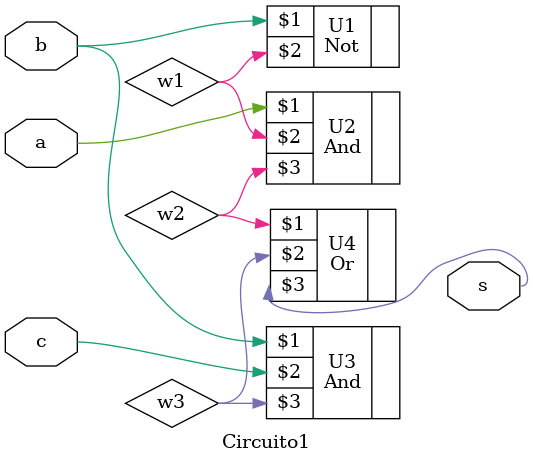
<source format=sv>

module Circuito1(a,b,c,s);
  input a,b,c;
  output s;
  wire w1,w2,w3;
  
  Not U1 (b,w1);
  And U2 (a,w1,w2);
  And U3 (b,c,w3);
  Or U4 (w2,w3,s);

endmodule
</source>
